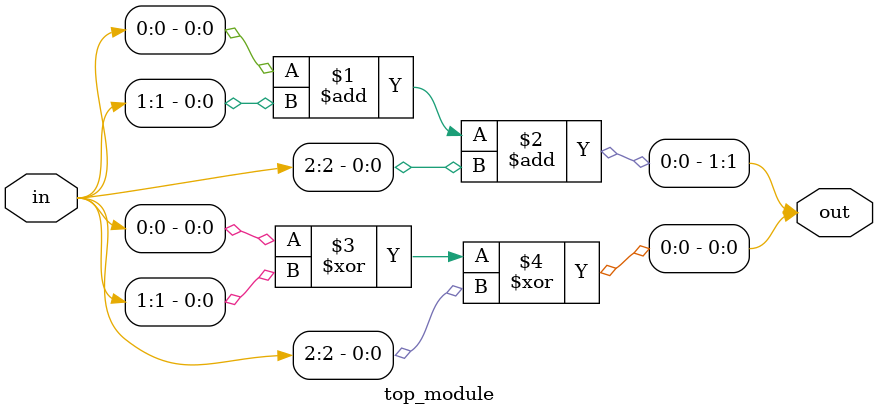
<source format=sv>
module top_module (
	input [2:0] in,
	output [1:0] out
);
	assign out[1] = in[0] + in[1] + in[2];
	assign out[0] = in[0] ^ in[1] ^ in[2];
endmodule

</source>
